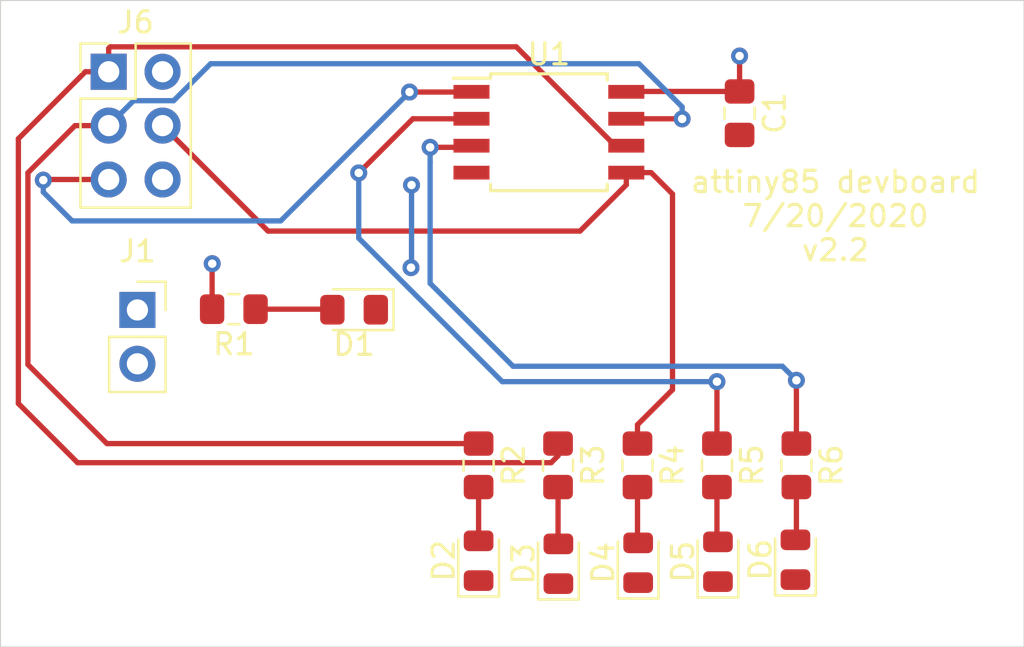
<source format=kicad_pcb>
(kicad_pcb (version 20171130) (host pcbnew "(5.1.5)-3")

  (general
    (thickness 1.6)
    (drawings 5)
    (tracks 89)
    (zones 0)
    (modules 16)
    (nets 15)
  )

  (page A4)
  (layers
    (0 F.Cu signal)
    (31 B.Cu signal)
    (32 B.Adhes user)
    (33 F.Adhes user)
    (34 B.Paste user)
    (35 F.Paste user)
    (36 B.SilkS user)
    (37 F.SilkS user)
    (38 B.Mask user)
    (39 F.Mask user)
    (40 Dwgs.User user)
    (41 Cmts.User user)
    (42 Eco1.User user)
    (43 Eco2.User user)
    (44 Edge.Cuts user)
    (45 Margin user)
    (46 B.CrtYd user)
    (47 F.CrtYd user)
    (48 B.Fab user)
    (49 F.Fab user)
  )

  (setup
    (last_trace_width 0.25)
    (trace_clearance 0.2)
    (zone_clearance 0.508)
    (zone_45_only no)
    (trace_min 0.2)
    (via_size 0.8)
    (via_drill 0.4)
    (via_min_size 0.4)
    (via_min_drill 0.3)
    (uvia_size 0.3)
    (uvia_drill 0.1)
    (uvias_allowed no)
    (uvia_min_size 0.2)
    (uvia_min_drill 0.1)
    (edge_width 0.05)
    (segment_width 0.2)
    (pcb_text_width 0.3)
    (pcb_text_size 1.5 1.5)
    (mod_edge_width 0.12)
    (mod_text_size 1 1)
    (mod_text_width 0.15)
    (pad_size 1.524 1.524)
    (pad_drill 0.762)
    (pad_to_mask_clearance 0.051)
    (solder_mask_min_width 0.25)
    (aux_axis_origin 0 0)
    (visible_elements 7FFFFFFF)
    (pcbplotparams
      (layerselection 0x010fc_ffffffff)
      (usegerberextensions false)
      (usegerberattributes false)
      (usegerberadvancedattributes false)
      (creategerberjobfile false)
      (excludeedgelayer true)
      (linewidth 0.100000)
      (plotframeref false)
      (viasonmask false)
      (mode 1)
      (useauxorigin false)
      (hpglpennumber 1)
      (hpglpenspeed 20)
      (hpglpendiameter 15.000000)
      (psnegative false)
      (psa4output false)
      (plotreference true)
      (plotvalue true)
      (plotinvisibletext false)
      (padsonsilk false)
      (subtractmaskfromsilk false)
      (outputformat 1)
      (mirror false)
      (drillshape 0)
      (scaleselection 1)
      (outputdirectory "gerbers-v2.1"))
  )

  (net 0 "")
  (net 1 +3V3)
  (net 2 GND)
  (net 3 "Net-(D1-Pad2)")
  (net 4 MISO)
  (net 5 SCK)
  (net 6 MOSI)
  (net 7 RST)
  (net 8 "Net-(D2-Pad2)")
  (net 9 "Net-(D3-Pad2)")
  (net 10 "Net-(D4-Pad2)")
  (net 11 "Net-(D5-Pad2)")
  (net 12 "Net-(D6-Pad2)")
  (net 13 PB3)
  (net 14 PB4)

  (net_class Default "This is the default net class."
    (clearance 0.2)
    (trace_width 0.25)
    (via_dia 0.8)
    (via_drill 0.4)
    (uvia_dia 0.3)
    (uvia_drill 0.1)
    (add_net +3V3)
    (add_net GND)
    (add_net MISO)
    (add_net MOSI)
    (add_net "Net-(D1-Pad2)")
    (add_net "Net-(D2-Pad2)")
    (add_net "Net-(D3-Pad2)")
    (add_net "Net-(D4-Pad2)")
    (add_net "Net-(D5-Pad2)")
    (add_net "Net-(D6-Pad2)")
    (add_net PB3)
    (add_net PB4)
    (add_net RST)
    (add_net SCK)
  )

  (module Capacitor_SMD:C_0805_2012Metric_Pad1.15x1.40mm_HandSolder (layer F.Cu) (tedit 5B36C52B) (tstamp 5D63463F)
    (at 138.9888 78.9723 270)
    (descr "Capacitor SMD 0805 (2012 Metric), square (rectangular) end terminal, IPC_7351 nominal with elongated pad for handsoldering. (Body size source: https://docs.google.com/spreadsheets/d/1BsfQQcO9C6DZCsRaXUlFlo91Tg2WpOkGARC1WS5S8t0/edit?usp=sharing), generated with kicad-footprint-generator")
    (tags "capacitor handsolder")
    (path /5BC52407)
    (attr smd)
    (fp_text reference C1 (at 0 -1.65 90) (layer F.SilkS)
      (effects (font (size 1 1) (thickness 0.15)))
    )
    (fp_text value 100u (at 0 1.65 90) (layer F.Fab)
      (effects (font (size 1 1) (thickness 0.15)))
    )
    (fp_line (start -1 0.6) (end -1 -0.6) (layer F.Fab) (width 0.1))
    (fp_line (start -1 -0.6) (end 1 -0.6) (layer F.Fab) (width 0.1))
    (fp_line (start 1 -0.6) (end 1 0.6) (layer F.Fab) (width 0.1))
    (fp_line (start 1 0.6) (end -1 0.6) (layer F.Fab) (width 0.1))
    (fp_line (start -0.261252 -0.71) (end 0.261252 -0.71) (layer F.SilkS) (width 0.12))
    (fp_line (start -0.261252 0.71) (end 0.261252 0.71) (layer F.SilkS) (width 0.12))
    (fp_line (start -1.85 0.95) (end -1.85 -0.95) (layer F.CrtYd) (width 0.05))
    (fp_line (start -1.85 -0.95) (end 1.85 -0.95) (layer F.CrtYd) (width 0.05))
    (fp_line (start 1.85 -0.95) (end 1.85 0.95) (layer F.CrtYd) (width 0.05))
    (fp_line (start 1.85 0.95) (end -1.85 0.95) (layer F.CrtYd) (width 0.05))
    (fp_text user %R (at 0 0 90) (layer F.Fab)
      (effects (font (size 0.5 0.5) (thickness 0.08)))
    )
    (pad 1 smd roundrect (at -1.025 0 270) (size 1.15 1.4) (layers F.Cu F.Paste F.Mask) (roundrect_rratio 0.217391)
      (net 1 +3V3))
    (pad 2 smd roundrect (at 1.025 0 270) (size 1.15 1.4) (layers F.Cu F.Paste F.Mask) (roundrect_rratio 0.217391)
      (net 2 GND))
    (model ${KISYS3DMOD}/Capacitor_SMD.3dshapes/C_0805_2012Metric.wrl
      (at (xyz 0 0 0))
      (scale (xyz 1 1 1))
      (rotate (xyz 0 0 0))
    )
  )

  (module Diode_SMD:D_0805_2012Metric_Pad1.15x1.40mm_HandSolder (layer F.Cu) (tedit 5B4B45C8) (tstamp 5D634652)
    (at 120.8114 88.2396 180)
    (descr "Diode SMD 0805 (2012 Metric), square (rectangular) end terminal, IPC_7351 nominal, (Body size source: https://docs.google.com/spreadsheets/d/1BsfQQcO9C6DZCsRaXUlFlo91Tg2WpOkGARC1WS5S8t0/edit?usp=sharing), generated with kicad-footprint-generator")
    (tags "diode handsolder")
    (path /5BC52BAA)
    (attr smd)
    (fp_text reference D1 (at 0 -1.65) (layer F.SilkS)
      (effects (font (size 1 1) (thickness 0.15)))
    )
    (fp_text value LED (at 0 1.65) (layer F.Fab)
      (effects (font (size 1 1) (thickness 0.15)))
    )
    (fp_line (start 1 -0.6) (end -0.7 -0.6) (layer F.Fab) (width 0.1))
    (fp_line (start -0.7 -0.6) (end -1 -0.3) (layer F.Fab) (width 0.1))
    (fp_line (start -1 -0.3) (end -1 0.6) (layer F.Fab) (width 0.1))
    (fp_line (start -1 0.6) (end 1 0.6) (layer F.Fab) (width 0.1))
    (fp_line (start 1 0.6) (end 1 -0.6) (layer F.Fab) (width 0.1))
    (fp_line (start 1 -0.96) (end -1.86 -0.96) (layer F.SilkS) (width 0.12))
    (fp_line (start -1.86 -0.96) (end -1.86 0.96) (layer F.SilkS) (width 0.12))
    (fp_line (start -1.86 0.96) (end 1 0.96) (layer F.SilkS) (width 0.12))
    (fp_line (start -1.85 0.95) (end -1.85 -0.95) (layer F.CrtYd) (width 0.05))
    (fp_line (start -1.85 -0.95) (end 1.85 -0.95) (layer F.CrtYd) (width 0.05))
    (fp_line (start 1.85 -0.95) (end 1.85 0.95) (layer F.CrtYd) (width 0.05))
    (fp_line (start 1.85 0.95) (end -1.85 0.95) (layer F.CrtYd) (width 0.05))
    (fp_text user %R (at 0 0) (layer F.Fab)
      (effects (font (size 0.5 0.5) (thickness 0.08)))
    )
    (pad 1 smd roundrect (at -1.025 0 180) (size 1.15 1.4) (layers F.Cu F.Paste F.Mask) (roundrect_rratio 0.217391)
      (net 2 GND))
    (pad 2 smd roundrect (at 1.025 0 180) (size 1.15 1.4) (layers F.Cu F.Paste F.Mask) (roundrect_rratio 0.217391)
      (net 3 "Net-(D1-Pad2)"))
    (model ${KISYS3DMOD}/Diode_SMD.3dshapes/D_0805_2012Metric.wrl
      (at (xyz 0 0 0))
      (scale (xyz 1 1 1))
      (rotate (xyz 0 0 0))
    )
  )

  (module Resistor_SMD:R_0805_2012Metric_Pad1.15x1.40mm_HandSolder (layer F.Cu) (tedit 5B36C52B) (tstamp 5D634696)
    (at 115.1419 88.2142 180)
    (descr "Resistor SMD 0805 (2012 Metric), square (rectangular) end terminal, IPC_7351 nominal with elongated pad for handsoldering. (Body size source: https://docs.google.com/spreadsheets/d/1BsfQQcO9C6DZCsRaXUlFlo91Tg2WpOkGARC1WS5S8t0/edit?usp=sharing), generated with kicad-footprint-generator")
    (tags "resistor handsolder")
    (path /5BC52C1A)
    (attr smd)
    (fp_text reference R1 (at 0 -1.65) (layer F.SilkS)
      (effects (font (size 1 1) (thickness 0.15)))
    )
    (fp_text value R (at 0 1.65) (layer F.Fab)
      (effects (font (size 1 1) (thickness 0.15)))
    )
    (fp_line (start -1 0.6) (end -1 -0.6) (layer F.Fab) (width 0.1))
    (fp_line (start -1 -0.6) (end 1 -0.6) (layer F.Fab) (width 0.1))
    (fp_line (start 1 -0.6) (end 1 0.6) (layer F.Fab) (width 0.1))
    (fp_line (start 1 0.6) (end -1 0.6) (layer F.Fab) (width 0.1))
    (fp_line (start -0.261252 -0.71) (end 0.261252 -0.71) (layer F.SilkS) (width 0.12))
    (fp_line (start -0.261252 0.71) (end 0.261252 0.71) (layer F.SilkS) (width 0.12))
    (fp_line (start -1.85 0.95) (end -1.85 -0.95) (layer F.CrtYd) (width 0.05))
    (fp_line (start -1.85 -0.95) (end 1.85 -0.95) (layer F.CrtYd) (width 0.05))
    (fp_line (start 1.85 -0.95) (end 1.85 0.95) (layer F.CrtYd) (width 0.05))
    (fp_line (start 1.85 0.95) (end -1.85 0.95) (layer F.CrtYd) (width 0.05))
    (fp_text user %R (at 0 0) (layer F.Fab)
      (effects (font (size 0.5 0.5) (thickness 0.08)))
    )
    (pad 1 smd roundrect (at -1.025 0 180) (size 1.15 1.4) (layers F.Cu F.Paste F.Mask) (roundrect_rratio 0.217391)
      (net 3 "Net-(D1-Pad2)"))
    (pad 2 smd roundrect (at 1.025 0 180) (size 1.15 1.4) (layers F.Cu F.Paste F.Mask) (roundrect_rratio 0.217391)
      (net 1 +3V3))
    (model ${KISYS3DMOD}/Resistor_SMD.3dshapes/R_0805_2012Metric.wrl
      (at (xyz 0 0 0))
      (scale (xyz 1 1 1))
      (rotate (xyz 0 0 0))
    )
  )

  (module Package_SO:SOIJ-8_5.3x5.3mm_P1.27mm (layer F.Cu) (tedit 5A02F2D3) (tstamp 5D6346B3)
    (at 129.9972 79.8703)
    (descr "8-Lead Plastic Small Outline (SM) - Medium, 5.28 mm Body [SOIC] (see Microchip Packaging Specification 00000049BS.pdf)")
    (tags "SOIC 1.27")
    (path /5D64812B)
    (attr smd)
    (fp_text reference U1 (at 0 -3.68) (layer F.SilkS)
      (effects (font (size 1 1) (thickness 0.15)))
    )
    (fp_text value ATtiny85-20SU (at 0 3.68) (layer F.Fab)
      (effects (font (size 1 1) (thickness 0.15)))
    )
    (fp_text user %R (at 0 0) (layer F.Fab)
      (effects (font (size 1 1) (thickness 0.15)))
    )
    (fp_line (start -1.65 -2.65) (end 2.65 -2.65) (layer F.Fab) (width 0.15))
    (fp_line (start 2.65 -2.65) (end 2.65 2.65) (layer F.Fab) (width 0.15))
    (fp_line (start 2.65 2.65) (end -2.65 2.65) (layer F.Fab) (width 0.15))
    (fp_line (start -2.65 2.65) (end -2.65 -1.65) (layer F.Fab) (width 0.15))
    (fp_line (start -2.65 -1.65) (end -1.65 -2.65) (layer F.Fab) (width 0.15))
    (fp_line (start -4.75 -2.95) (end -4.75 2.95) (layer F.CrtYd) (width 0.05))
    (fp_line (start 4.75 -2.95) (end 4.75 2.95) (layer F.CrtYd) (width 0.05))
    (fp_line (start -4.75 -2.95) (end 4.75 -2.95) (layer F.CrtYd) (width 0.05))
    (fp_line (start -4.75 2.95) (end 4.75 2.95) (layer F.CrtYd) (width 0.05))
    (fp_line (start -2.75 -2.755) (end -2.75 -2.55) (layer F.SilkS) (width 0.15))
    (fp_line (start 2.75 -2.755) (end 2.75 -2.455) (layer F.SilkS) (width 0.15))
    (fp_line (start 2.75 2.755) (end 2.75 2.455) (layer F.SilkS) (width 0.15))
    (fp_line (start -2.75 2.755) (end -2.75 2.455) (layer F.SilkS) (width 0.15))
    (fp_line (start -2.75 -2.755) (end 2.75 -2.755) (layer F.SilkS) (width 0.15))
    (fp_line (start -2.75 2.755) (end 2.75 2.755) (layer F.SilkS) (width 0.15))
    (fp_line (start -2.75 -2.55) (end -4.5 -2.55) (layer F.SilkS) (width 0.15))
    (pad 1 smd rect (at -3.65 -1.905) (size 1.7 0.65) (layers F.Cu F.Paste F.Mask)
      (net 7 RST))
    (pad 2 smd rect (at -3.65 -0.635) (size 1.7 0.65) (layers F.Cu F.Paste F.Mask)
      (net 13 PB3))
    (pad 3 smd rect (at -3.65 0.635) (size 1.7 0.65) (layers F.Cu F.Paste F.Mask)
      (net 14 PB4))
    (pad 4 smd rect (at -3.65 1.905) (size 1.7 0.65) (layers F.Cu F.Paste F.Mask)
      (net 2 GND))
    (pad 5 smd rect (at 3.65 1.905) (size 1.7 0.65) (layers F.Cu F.Paste F.Mask)
      (net 6 MOSI))
    (pad 6 smd rect (at 3.65 0.635) (size 1.7 0.65) (layers F.Cu F.Paste F.Mask)
      (net 4 MISO))
    (pad 7 smd rect (at 3.65 -0.635) (size 1.7 0.65) (layers F.Cu F.Paste F.Mask)
      (net 5 SCK))
    (pad 8 smd rect (at 3.65 -1.905) (size 1.7 0.65) (layers F.Cu F.Paste F.Mask)
      (net 1 +3V3))
    (model ${KISYS3DMOD}/Package_SO.3dshapes/SOIJ-8_5.3x5.3mm_P1.27mm.wrl
      (at (xyz 0 0 0))
      (scale (xyz 1 1 1))
      (rotate (xyz 0 0 0))
    )
  )

  (module Connector_PinSocket_2.54mm:PinSocket_1x02_P2.54mm_Vertical (layer F.Cu) (tedit 5A19A420) (tstamp 5D7CFBB8)
    (at 110.59414 88.24976)
    (descr "Through hole straight socket strip, 1x02, 2.54mm pitch, single row (from Kicad 4.0.7), script generated")
    (tags "Through hole socket strip THT 1x02 2.54mm single row")
    (path /5BC5C978)
    (fp_text reference J1 (at 0 -2.77) (layer F.SilkS)
      (effects (font (size 1 1) (thickness 0.15)))
    )
    (fp_text value POWER (at 0 5.31) (layer F.Fab)
      (effects (font (size 1 1) (thickness 0.15)))
    )
    (fp_line (start -1.27 -1.27) (end 0.635 -1.27) (layer F.Fab) (width 0.1))
    (fp_line (start 0.635 -1.27) (end 1.27 -0.635) (layer F.Fab) (width 0.1))
    (fp_line (start 1.27 -0.635) (end 1.27 3.81) (layer F.Fab) (width 0.1))
    (fp_line (start 1.27 3.81) (end -1.27 3.81) (layer F.Fab) (width 0.1))
    (fp_line (start -1.27 3.81) (end -1.27 -1.27) (layer F.Fab) (width 0.1))
    (fp_line (start -1.33 1.27) (end 1.33 1.27) (layer F.SilkS) (width 0.12))
    (fp_line (start -1.33 1.27) (end -1.33 3.87) (layer F.SilkS) (width 0.12))
    (fp_line (start -1.33 3.87) (end 1.33 3.87) (layer F.SilkS) (width 0.12))
    (fp_line (start 1.33 1.27) (end 1.33 3.87) (layer F.SilkS) (width 0.12))
    (fp_line (start 1.33 -1.33) (end 1.33 0) (layer F.SilkS) (width 0.12))
    (fp_line (start 0 -1.33) (end 1.33 -1.33) (layer F.SilkS) (width 0.12))
    (fp_line (start -1.8 -1.8) (end 1.75 -1.8) (layer F.CrtYd) (width 0.05))
    (fp_line (start 1.75 -1.8) (end 1.75 4.3) (layer F.CrtYd) (width 0.05))
    (fp_line (start 1.75 4.3) (end -1.8 4.3) (layer F.CrtYd) (width 0.05))
    (fp_line (start -1.8 4.3) (end -1.8 -1.8) (layer F.CrtYd) (width 0.05))
    (fp_text user %R (at 0 1.27 90) (layer F.Fab)
      (effects (font (size 1 1) (thickness 0.15)))
    )
    (pad 1 thru_hole rect (at 0 0) (size 1.7 1.7) (drill 1) (layers *.Cu *.Mask)
      (net 1 +3V3))
    (pad 2 thru_hole oval (at 0 2.54) (size 1.7 1.7) (drill 1) (layers *.Cu *.Mask)
      (net 2 GND))
    (model ${KISYS3DMOD}/Connector_PinSocket_2.54mm.3dshapes/PinSocket_1x02_P2.54mm_Vertical.wrl
      (at (xyz 0 0 0))
      (scale (xyz 1 1 1))
      (rotate (xyz 0 0 0))
    )
  )

  (module Connector_PinHeader_2.54mm:PinHeader_2x03_P2.54mm_Vertical (layer F.Cu) (tedit 59FED5CC) (tstamp 5D7CFB17)
    (at 109.24032 77.01788)
    (descr "Through hole straight pin header, 2x03, 2.54mm pitch, double rows")
    (tags "Through hole pin header THT 2x03 2.54mm double row")
    (path /5BC52018)
    (fp_text reference J6 (at 1.27 -2.33) (layer F.SilkS)
      (effects (font (size 1 1) (thickness 0.15)))
    )
    (fp_text value ICSP (at 1.27 7.41) (layer F.Fab)
      (effects (font (size 1 1) (thickness 0.15)))
    )
    (fp_text user %R (at 1.27 2.54 90) (layer F.Fab)
      (effects (font (size 1 1) (thickness 0.15)))
    )
    (fp_line (start 4.35 -1.8) (end -1.8 -1.8) (layer F.CrtYd) (width 0.05))
    (fp_line (start 4.35 6.85) (end 4.35 -1.8) (layer F.CrtYd) (width 0.05))
    (fp_line (start -1.8 6.85) (end 4.35 6.85) (layer F.CrtYd) (width 0.05))
    (fp_line (start -1.8 -1.8) (end -1.8 6.85) (layer F.CrtYd) (width 0.05))
    (fp_line (start -1.33 -1.33) (end 0 -1.33) (layer F.SilkS) (width 0.12))
    (fp_line (start -1.33 0) (end -1.33 -1.33) (layer F.SilkS) (width 0.12))
    (fp_line (start 1.27 -1.33) (end 3.87 -1.33) (layer F.SilkS) (width 0.12))
    (fp_line (start 1.27 1.27) (end 1.27 -1.33) (layer F.SilkS) (width 0.12))
    (fp_line (start -1.33 1.27) (end 1.27 1.27) (layer F.SilkS) (width 0.12))
    (fp_line (start 3.87 -1.33) (end 3.87 6.41) (layer F.SilkS) (width 0.12))
    (fp_line (start -1.33 1.27) (end -1.33 6.41) (layer F.SilkS) (width 0.12))
    (fp_line (start -1.33 6.41) (end 3.87 6.41) (layer F.SilkS) (width 0.12))
    (fp_line (start -1.27 0) (end 0 -1.27) (layer F.Fab) (width 0.1))
    (fp_line (start -1.27 6.35) (end -1.27 0) (layer F.Fab) (width 0.1))
    (fp_line (start 3.81 6.35) (end -1.27 6.35) (layer F.Fab) (width 0.1))
    (fp_line (start 3.81 -1.27) (end 3.81 6.35) (layer F.Fab) (width 0.1))
    (fp_line (start 0 -1.27) (end 3.81 -1.27) (layer F.Fab) (width 0.1))
    (pad 6 thru_hole oval (at 2.54 5.08) (size 1.7 1.7) (drill 1) (layers *.Cu *.Mask)
      (net 2 GND))
    (pad 5 thru_hole oval (at 0 5.08) (size 1.7 1.7) (drill 1) (layers *.Cu *.Mask)
      (net 7 RST))
    (pad 4 thru_hole oval (at 2.54 2.54) (size 1.7 1.7) (drill 1) (layers *.Cu *.Mask)
      (net 6 MOSI))
    (pad 3 thru_hole oval (at 0 2.54) (size 1.7 1.7) (drill 1) (layers *.Cu *.Mask)
      (net 5 SCK))
    (pad 2 thru_hole oval (at 2.54 0) (size 1.7 1.7) (drill 1) (layers *.Cu *.Mask)
      (net 1 +3V3))
    (pad 1 thru_hole rect (at 0 0) (size 1.7 1.7) (drill 1) (layers *.Cu *.Mask)
      (net 4 MISO))
    (model ${KISYS3DMOD}/Connector_PinHeader_2.54mm.3dshapes/PinHeader_2x03_P2.54mm_Vertical.wrl
      (at (xyz 0 0 0))
      (scale (xyz 1 1 1))
      (rotate (xyz 0 0 0))
    )
  )

  (module LED_SMD:LED_0805_2012Metric (layer F.Cu) (tedit 5B36C52C) (tstamp 5F16AAC0)
    (at 126.6825 100.075125 90)
    (descr "LED SMD 0805 (2012 Metric), square (rectangular) end terminal, IPC_7351 nominal, (Body size source: https://docs.google.com/spreadsheets/d/1BsfQQcO9C6DZCsRaXUlFlo91Tg2WpOkGARC1WS5S8t0/edit?usp=sharing), generated with kicad-footprint-generator")
    (tags diode)
    (path /5F1702DD)
    (attr smd)
    (fp_text reference D2 (at 0 -1.65 90) (layer F.SilkS)
      (effects (font (size 1 1) (thickness 0.15)))
    )
    (fp_text value LED (at 0 1.65 90) (layer F.Fab)
      (effects (font (size 1 1) (thickness 0.15)))
    )
    (fp_text user %R (at 2.24725 0 90) (layer F.Fab)
      (effects (font (size 0.5 0.5) (thickness 0.08)))
    )
    (fp_line (start 1.68 0.95) (end -1.68 0.95) (layer F.CrtYd) (width 0.05))
    (fp_line (start 1.68 -0.95) (end 1.68 0.95) (layer F.CrtYd) (width 0.05))
    (fp_line (start -1.68 -0.95) (end 1.68 -0.95) (layer F.CrtYd) (width 0.05))
    (fp_line (start -1.68 0.95) (end -1.68 -0.95) (layer F.CrtYd) (width 0.05))
    (fp_line (start -1.685 0.96) (end 1 0.96) (layer F.SilkS) (width 0.12))
    (fp_line (start -1.685 -0.96) (end -1.685 0.96) (layer F.SilkS) (width 0.12))
    (fp_line (start 1 -0.96) (end -1.685 -0.96) (layer F.SilkS) (width 0.12))
    (fp_line (start 1 0.6) (end 1 -0.6) (layer F.Fab) (width 0.1))
    (fp_line (start -1 0.6) (end 1 0.6) (layer F.Fab) (width 0.1))
    (fp_line (start -1 -0.3) (end -1 0.6) (layer F.Fab) (width 0.1))
    (fp_line (start -0.7 -0.6) (end -1 -0.3) (layer F.Fab) (width 0.1))
    (fp_line (start 1 -0.6) (end -0.7 -0.6) (layer F.Fab) (width 0.1))
    (pad 2 smd roundrect (at 0.9375 0 90) (size 0.975 1.4) (layers F.Cu F.Paste F.Mask) (roundrect_rratio 0.25)
      (net 8 "Net-(D2-Pad2)"))
    (pad 1 smd roundrect (at -0.9375 0 90) (size 0.975 1.4) (layers F.Cu F.Paste F.Mask) (roundrect_rratio 0.25)
      (net 2 GND))
    (model ${KISYS3DMOD}/LED_SMD.3dshapes/LED_0805_2012Metric.wrl
      (at (xyz 0 0 0))
      (scale (xyz 1 1 1))
      (rotate (xyz 0 0 0))
    )
  )

  (module LED_SMD:LED_0805_2012Metric (layer F.Cu) (tedit 5B36C52C) (tstamp 5F16AAD3)
    (at 130.444875 100.218 90)
    (descr "LED SMD 0805 (2012 Metric), square (rectangular) end terminal, IPC_7351 nominal, (Body size source: https://docs.google.com/spreadsheets/d/1BsfQQcO9C6DZCsRaXUlFlo91Tg2WpOkGARC1WS5S8t0/edit?usp=sharing), generated with kicad-footprint-generator")
    (tags diode)
    (path /5F16EEC8)
    (attr smd)
    (fp_text reference D3 (at 0 -1.65 90) (layer F.SilkS)
      (effects (font (size 1 1) (thickness 0.15)))
    )
    (fp_text value LED (at 0 1.65 90) (layer F.Fab)
      (effects (font (size 1 1) (thickness 0.15)))
    )
    (fp_line (start 1 -0.6) (end -0.7 -0.6) (layer F.Fab) (width 0.1))
    (fp_line (start -0.7 -0.6) (end -1 -0.3) (layer F.Fab) (width 0.1))
    (fp_line (start -1 -0.3) (end -1 0.6) (layer F.Fab) (width 0.1))
    (fp_line (start -1 0.6) (end 1 0.6) (layer F.Fab) (width 0.1))
    (fp_line (start 1 0.6) (end 1 -0.6) (layer F.Fab) (width 0.1))
    (fp_line (start 1 -0.96) (end -1.685 -0.96) (layer F.SilkS) (width 0.12))
    (fp_line (start -1.685 -0.96) (end -1.685 0.96) (layer F.SilkS) (width 0.12))
    (fp_line (start -1.685 0.96) (end 1 0.96) (layer F.SilkS) (width 0.12))
    (fp_line (start -1.68 0.95) (end -1.68 -0.95) (layer F.CrtYd) (width 0.05))
    (fp_line (start -1.68 -0.95) (end 1.68 -0.95) (layer F.CrtYd) (width 0.05))
    (fp_line (start 1.68 -0.95) (end 1.68 0.95) (layer F.CrtYd) (width 0.05))
    (fp_line (start 1.68 0.95) (end -1.68 0.95) (layer F.CrtYd) (width 0.05))
    (fp_text user %R (at 0 0 90) (layer F.Fab)
      (effects (font (size 0.5 0.5) (thickness 0.08)))
    )
    (pad 1 smd roundrect (at -0.9375 0 90) (size 0.975 1.4) (layers F.Cu F.Paste F.Mask) (roundrect_rratio 0.25)
      (net 2 GND))
    (pad 2 smd roundrect (at 0.9375 0 90) (size 0.975 1.4) (layers F.Cu F.Paste F.Mask) (roundrect_rratio 0.25)
      (net 9 "Net-(D3-Pad2)"))
    (model ${KISYS3DMOD}/LED_SMD.3dshapes/LED_0805_2012Metric.wrl
      (at (xyz 0 0 0))
      (scale (xyz 1 1 1))
      (rotate (xyz 0 0 0))
    )
  )

  (module LED_SMD:LED_0805_2012Metric (layer F.Cu) (tedit 5B36C52C) (tstamp 5F16AAE6)
    (at 134.20725 100.170375 90)
    (descr "LED SMD 0805 (2012 Metric), square (rectangular) end terminal, IPC_7351 nominal, (Body size source: https://docs.google.com/spreadsheets/d/1BsfQQcO9C6DZCsRaXUlFlo91Tg2WpOkGARC1WS5S8t0/edit?usp=sharing), generated with kicad-footprint-generator")
    (tags diode)
    (path /5D7D1B19)
    (attr smd)
    (fp_text reference D4 (at 0 -1.65 90) (layer F.SilkS)
      (effects (font (size 1 1) (thickness 0.15)))
    )
    (fp_text value LED (at 0 1.65 90) (layer F.Fab)
      (effects (font (size 1 1) (thickness 0.15)))
    )
    (fp_line (start 1 -0.6) (end -0.7 -0.6) (layer F.Fab) (width 0.1))
    (fp_line (start -0.7 -0.6) (end -1 -0.3) (layer F.Fab) (width 0.1))
    (fp_line (start -1 -0.3) (end -1 0.6) (layer F.Fab) (width 0.1))
    (fp_line (start -1 0.6) (end 1 0.6) (layer F.Fab) (width 0.1))
    (fp_line (start 1 0.6) (end 1 -0.6) (layer F.Fab) (width 0.1))
    (fp_line (start 1 -0.96) (end -1.685 -0.96) (layer F.SilkS) (width 0.12))
    (fp_line (start -1.685 -0.96) (end -1.685 0.96) (layer F.SilkS) (width 0.12))
    (fp_line (start -1.685 0.96) (end 1 0.96) (layer F.SilkS) (width 0.12))
    (fp_line (start -1.68 0.95) (end -1.68 -0.95) (layer F.CrtYd) (width 0.05))
    (fp_line (start -1.68 -0.95) (end 1.68 -0.95) (layer F.CrtYd) (width 0.05))
    (fp_line (start 1.68 -0.95) (end 1.68 0.95) (layer F.CrtYd) (width 0.05))
    (fp_line (start 1.68 0.95) (end -1.68 0.95) (layer F.CrtYd) (width 0.05))
    (fp_text user %R (at 0 0 90) (layer F.Fab)
      (effects (font (size 0.5 0.5) (thickness 0.08)))
    )
    (pad 1 smd roundrect (at -0.9375 0 90) (size 0.975 1.4) (layers F.Cu F.Paste F.Mask) (roundrect_rratio 0.25)
      (net 2 GND))
    (pad 2 smd roundrect (at 0.9375 0 90) (size 0.975 1.4) (layers F.Cu F.Paste F.Mask) (roundrect_rratio 0.25)
      (net 10 "Net-(D4-Pad2)"))
    (model ${KISYS3DMOD}/LED_SMD.3dshapes/LED_0805_2012Metric.wrl
      (at (xyz 0 0 0))
      (scale (xyz 1 1 1))
      (rotate (xyz 0 0 0))
    )
  )

  (module LED_SMD:LED_0805_2012Metric (layer F.Cu) (tedit 5B36C52C) (tstamp 5F16AAF9)
    (at 137.969625 100.12275 90)
    (descr "LED SMD 0805 (2012 Metric), square (rectangular) end terminal, IPC_7351 nominal, (Body size source: https://docs.google.com/spreadsheets/d/1BsfQQcO9C6DZCsRaXUlFlo91Tg2WpOkGARC1WS5S8t0/edit?usp=sharing), generated with kicad-footprint-generator")
    (tags diode)
    (path /5F16DC33)
    (attr smd)
    (fp_text reference D5 (at 0 -1.65 90) (layer F.SilkS)
      (effects (font (size 1 1) (thickness 0.15)))
    )
    (fp_text value LED (at 0 1.65 90) (layer F.Fab)
      (effects (font (size 1 1) (thickness 0.15)))
    )
    (fp_text user %R (at 0 0 90) (layer F.Fab)
      (effects (font (size 0.5 0.5) (thickness 0.08)))
    )
    (fp_line (start 1.68 0.95) (end -1.68 0.95) (layer F.CrtYd) (width 0.05))
    (fp_line (start 1.68 -0.95) (end 1.68 0.95) (layer F.CrtYd) (width 0.05))
    (fp_line (start -1.68 -0.95) (end 1.68 -0.95) (layer F.CrtYd) (width 0.05))
    (fp_line (start -1.68 0.95) (end -1.68 -0.95) (layer F.CrtYd) (width 0.05))
    (fp_line (start -1.685 0.96) (end 1 0.96) (layer F.SilkS) (width 0.12))
    (fp_line (start -1.685 -0.96) (end -1.685 0.96) (layer F.SilkS) (width 0.12))
    (fp_line (start 1 -0.96) (end -1.685 -0.96) (layer F.SilkS) (width 0.12))
    (fp_line (start 1 0.6) (end 1 -0.6) (layer F.Fab) (width 0.1))
    (fp_line (start -1 0.6) (end 1 0.6) (layer F.Fab) (width 0.1))
    (fp_line (start -1 -0.3) (end -1 0.6) (layer F.Fab) (width 0.1))
    (fp_line (start -0.7 -0.6) (end -1 -0.3) (layer F.Fab) (width 0.1))
    (fp_line (start 1 -0.6) (end -0.7 -0.6) (layer F.Fab) (width 0.1))
    (pad 2 smd roundrect (at 0.9375 0 90) (size 0.975 1.4) (layers F.Cu F.Paste F.Mask) (roundrect_rratio 0.25)
      (net 11 "Net-(D5-Pad2)"))
    (pad 1 smd roundrect (at -0.9375 0 90) (size 0.975 1.4) (layers F.Cu F.Paste F.Mask) (roundrect_rratio 0.25)
      (net 2 GND))
    (model ${KISYS3DMOD}/LED_SMD.3dshapes/LED_0805_2012Metric.wrl
      (at (xyz 0 0 0))
      (scale (xyz 1 1 1))
      (rotate (xyz 0 0 0))
    )
  )

  (module LED_SMD:LED_0805_2012Metric (layer F.Cu) (tedit 5B36C52C) (tstamp 5F16AB0C)
    (at 141.6235 100.0275 90)
    (descr "LED SMD 0805 (2012 Metric), square (rectangular) end terminal, IPC_7351 nominal, (Body size source: https://docs.google.com/spreadsheets/d/1BsfQQcO9C6DZCsRaXUlFlo91Tg2WpOkGARC1WS5S8t0/edit?usp=sharing), generated with kicad-footprint-generator")
    (tags diode)
    (path /5F174ECB)
    (attr smd)
    (fp_text reference D6 (at 0 -1.65 90) (layer F.SilkS)
      (effects (font (size 1 1) (thickness 0.15)))
    )
    (fp_text value LED (at 0 1.65 90) (layer F.Fab)
      (effects (font (size 1 1) (thickness 0.15)))
    )
    (fp_line (start 1 -0.6) (end -0.7 -0.6) (layer F.Fab) (width 0.1))
    (fp_line (start -0.7 -0.6) (end -1 -0.3) (layer F.Fab) (width 0.1))
    (fp_line (start -1 -0.3) (end -1 0.6) (layer F.Fab) (width 0.1))
    (fp_line (start -1 0.6) (end 1 0.6) (layer F.Fab) (width 0.1))
    (fp_line (start 1 0.6) (end 1 -0.6) (layer F.Fab) (width 0.1))
    (fp_line (start 1 -0.96) (end -1.685 -0.96) (layer F.SilkS) (width 0.12))
    (fp_line (start -1.685 -0.96) (end -1.685 0.96) (layer F.SilkS) (width 0.12))
    (fp_line (start -1.685 0.96) (end 1 0.96) (layer F.SilkS) (width 0.12))
    (fp_line (start -1.68 0.95) (end -1.68 -0.95) (layer F.CrtYd) (width 0.05))
    (fp_line (start -1.68 -0.95) (end 1.68 -0.95) (layer F.CrtYd) (width 0.05))
    (fp_line (start 1.68 -0.95) (end 1.68 0.95) (layer F.CrtYd) (width 0.05))
    (fp_line (start 1.68 0.95) (end -1.68 0.95) (layer F.CrtYd) (width 0.05))
    (fp_text user %R (at 0 0 90) (layer F.Fab)
      (effects (font (size 0.5 0.5) (thickness 0.08)))
    )
    (pad 1 smd roundrect (at -0.9375 0 90) (size 0.975 1.4) (layers F.Cu F.Paste F.Mask) (roundrect_rratio 0.25)
      (net 2 GND))
    (pad 2 smd roundrect (at 0.9375 0 90) (size 0.975 1.4) (layers F.Cu F.Paste F.Mask) (roundrect_rratio 0.25)
      (net 12 "Net-(D6-Pad2)"))
    (model ${KISYS3DMOD}/LED_SMD.3dshapes/LED_0805_2012Metric.wrl
      (at (xyz 0 0 0))
      (scale (xyz 1 1 1))
      (rotate (xyz 0 0 0))
    )
  )

  (module Resistor_SMD:R_0805_2012Metric_Pad1.15x1.40mm_HandSolder (layer F.Cu) (tedit 5B36C52B) (tstamp 5F16AB1D)
    (at 126.6825 95.5765 270)
    (descr "Resistor SMD 0805 (2012 Metric), square (rectangular) end terminal, IPC_7351 nominal with elongated pad for handsoldering. (Body size source: https://docs.google.com/spreadsheets/d/1BsfQQcO9C6DZCsRaXUlFlo91Tg2WpOkGARC1WS5S8t0/edit?usp=sharing), generated with kicad-footprint-generator")
    (tags "resistor handsolder")
    (path /5F1702EA)
    (attr smd)
    (fp_text reference R2 (at 0 -1.65 90) (layer F.SilkS)
      (effects (font (size 1 1) (thickness 0.15)))
    )
    (fp_text value R (at 0 1.65 90) (layer F.Fab)
      (effects (font (size 1 1) (thickness 0.15)))
    )
    (fp_text user %R (at 0 0 90) (layer F.Fab)
      (effects (font (size 0.5 0.5) (thickness 0.08)))
    )
    (fp_line (start 1.85 0.95) (end -1.85 0.95) (layer F.CrtYd) (width 0.05))
    (fp_line (start 1.85 -0.95) (end 1.85 0.95) (layer F.CrtYd) (width 0.05))
    (fp_line (start -1.85 -0.95) (end 1.85 -0.95) (layer F.CrtYd) (width 0.05))
    (fp_line (start -1.85 0.95) (end -1.85 -0.95) (layer F.CrtYd) (width 0.05))
    (fp_line (start -0.261252 0.71) (end 0.261252 0.71) (layer F.SilkS) (width 0.12))
    (fp_line (start -0.261252 -0.71) (end 0.261252 -0.71) (layer F.SilkS) (width 0.12))
    (fp_line (start 1 0.6) (end -1 0.6) (layer F.Fab) (width 0.1))
    (fp_line (start 1 -0.6) (end 1 0.6) (layer F.Fab) (width 0.1))
    (fp_line (start -1 -0.6) (end 1 -0.6) (layer F.Fab) (width 0.1))
    (fp_line (start -1 0.6) (end -1 -0.6) (layer F.Fab) (width 0.1))
    (pad 2 smd roundrect (at 1.025 0 270) (size 1.15 1.4) (layers F.Cu F.Paste F.Mask) (roundrect_rratio 0.217391)
      (net 8 "Net-(D2-Pad2)"))
    (pad 1 smd roundrect (at -1.025 0 270) (size 1.15 1.4) (layers F.Cu F.Paste F.Mask) (roundrect_rratio 0.217391)
      (net 5 SCK))
    (model ${KISYS3DMOD}/Resistor_SMD.3dshapes/R_0805_2012Metric.wrl
      (at (xyz 0 0 0))
      (scale (xyz 1 1 1))
      (rotate (xyz 0 0 0))
    )
  )

  (module Resistor_SMD:R_0805_2012Metric_Pad1.15x1.40mm_HandSolder (layer F.Cu) (tedit 5B36C52B) (tstamp 5F16AB2E)
    (at 130.429 95.5765 270)
    (descr "Resistor SMD 0805 (2012 Metric), square (rectangular) end terminal, IPC_7351 nominal with elongated pad for handsoldering. (Body size source: https://docs.google.com/spreadsheets/d/1BsfQQcO9C6DZCsRaXUlFlo91Tg2WpOkGARC1WS5S8t0/edit?usp=sharing), generated with kicad-footprint-generator")
    (tags "resistor handsolder")
    (path /5F16EED5)
    (attr smd)
    (fp_text reference R3 (at 0 -1.65 90) (layer F.SilkS)
      (effects (font (size 1 1) (thickness 0.15)))
    )
    (fp_text value R (at 0 1.65 90) (layer F.Fab)
      (effects (font (size 1 1) (thickness 0.15)))
    )
    (fp_line (start -1 0.6) (end -1 -0.6) (layer F.Fab) (width 0.1))
    (fp_line (start -1 -0.6) (end 1 -0.6) (layer F.Fab) (width 0.1))
    (fp_line (start 1 -0.6) (end 1 0.6) (layer F.Fab) (width 0.1))
    (fp_line (start 1 0.6) (end -1 0.6) (layer F.Fab) (width 0.1))
    (fp_line (start -0.261252 -0.71) (end 0.261252 -0.71) (layer F.SilkS) (width 0.12))
    (fp_line (start -0.261252 0.71) (end 0.261252 0.71) (layer F.SilkS) (width 0.12))
    (fp_line (start -1.85 0.95) (end -1.85 -0.95) (layer F.CrtYd) (width 0.05))
    (fp_line (start -1.85 -0.95) (end 1.85 -0.95) (layer F.CrtYd) (width 0.05))
    (fp_line (start 1.85 -0.95) (end 1.85 0.95) (layer F.CrtYd) (width 0.05))
    (fp_line (start 1.85 0.95) (end -1.85 0.95) (layer F.CrtYd) (width 0.05))
    (fp_text user %R (at 0 0 90) (layer F.Fab)
      (effects (font (size 0.5 0.5) (thickness 0.08)))
    )
    (pad 1 smd roundrect (at -1.025 0 270) (size 1.15 1.4) (layers F.Cu F.Paste F.Mask) (roundrect_rratio 0.217391)
      (net 4 MISO))
    (pad 2 smd roundrect (at 1.025 0 270) (size 1.15 1.4) (layers F.Cu F.Paste F.Mask) (roundrect_rratio 0.217391)
      (net 9 "Net-(D3-Pad2)"))
    (model ${KISYS3DMOD}/Resistor_SMD.3dshapes/R_0805_2012Metric.wrl
      (at (xyz 0 0 0))
      (scale (xyz 1 1 1))
      (rotate (xyz 0 0 0))
    )
  )

  (module Resistor_SMD:R_0805_2012Metric_Pad1.15x1.40mm_HandSolder (layer F.Cu) (tedit 5B36C52B) (tstamp 5F16AB3F)
    (at 134.1755 95.5765 270)
    (descr "Resistor SMD 0805 (2012 Metric), square (rectangular) end terminal, IPC_7351 nominal with elongated pad for handsoldering. (Body size source: https://docs.google.com/spreadsheets/d/1BsfQQcO9C6DZCsRaXUlFlo91Tg2WpOkGARC1WS5S8t0/edit?usp=sharing), generated with kicad-footprint-generator")
    (tags "resistor handsolder")
    (path /5F164BD4)
    (attr smd)
    (fp_text reference R4 (at 0 -1.65 90) (layer F.SilkS)
      (effects (font (size 1 1) (thickness 0.15)))
    )
    (fp_text value R (at 0 1.65 90) (layer F.Fab)
      (effects (font (size 1 1) (thickness 0.15)))
    )
    (fp_line (start -1 0.6) (end -1 -0.6) (layer F.Fab) (width 0.1))
    (fp_line (start -1 -0.6) (end 1 -0.6) (layer F.Fab) (width 0.1))
    (fp_line (start 1 -0.6) (end 1 0.6) (layer F.Fab) (width 0.1))
    (fp_line (start 1 0.6) (end -1 0.6) (layer F.Fab) (width 0.1))
    (fp_line (start -0.261252 -0.71) (end 0.261252 -0.71) (layer F.SilkS) (width 0.12))
    (fp_line (start -0.261252 0.71) (end 0.261252 0.71) (layer F.SilkS) (width 0.12))
    (fp_line (start -1.85 0.95) (end -1.85 -0.95) (layer F.CrtYd) (width 0.05))
    (fp_line (start -1.85 -0.95) (end 1.85 -0.95) (layer F.CrtYd) (width 0.05))
    (fp_line (start 1.85 -0.95) (end 1.85 0.95) (layer F.CrtYd) (width 0.05))
    (fp_line (start 1.85 0.95) (end -1.85 0.95) (layer F.CrtYd) (width 0.05))
    (fp_text user %R (at 0 0 90) (layer F.Fab)
      (effects (font (size 0.5 0.5) (thickness 0.08)))
    )
    (pad 1 smd roundrect (at -1.025 0 270) (size 1.15 1.4) (layers F.Cu F.Paste F.Mask) (roundrect_rratio 0.217391)
      (net 6 MOSI))
    (pad 2 smd roundrect (at 1.025 0 270) (size 1.15 1.4) (layers F.Cu F.Paste F.Mask) (roundrect_rratio 0.217391)
      (net 10 "Net-(D4-Pad2)"))
    (model ${KISYS3DMOD}/Resistor_SMD.3dshapes/R_0805_2012Metric.wrl
      (at (xyz 0 0 0))
      (scale (xyz 1 1 1))
      (rotate (xyz 0 0 0))
    )
  )

  (module Resistor_SMD:R_0805_2012Metric_Pad1.15x1.40mm_HandSolder (layer F.Cu) (tedit 5B36C52B) (tstamp 5F16AB50)
    (at 137.922 95.5765 270)
    (descr "Resistor SMD 0805 (2012 Metric), square (rectangular) end terminal, IPC_7351 nominal with elongated pad for handsoldering. (Body size source: https://docs.google.com/spreadsheets/d/1BsfQQcO9C6DZCsRaXUlFlo91Tg2WpOkGARC1WS5S8t0/edit?usp=sharing), generated with kicad-footprint-generator")
    (tags "resistor handsolder")
    (path /5F16DC40)
    (attr smd)
    (fp_text reference R5 (at 0 -1.65 90) (layer F.SilkS)
      (effects (font (size 1 1) (thickness 0.15)))
    )
    (fp_text value R (at 0 1.65 90) (layer F.Fab)
      (effects (font (size 1 1) (thickness 0.15)))
    )
    (fp_text user %R (at 0 0 90) (layer F.Fab)
      (effects (font (size 0.5 0.5) (thickness 0.08)))
    )
    (fp_line (start 1.85 0.95) (end -1.85 0.95) (layer F.CrtYd) (width 0.05))
    (fp_line (start 1.85 -0.95) (end 1.85 0.95) (layer F.CrtYd) (width 0.05))
    (fp_line (start -1.85 -0.95) (end 1.85 -0.95) (layer F.CrtYd) (width 0.05))
    (fp_line (start -1.85 0.95) (end -1.85 -0.95) (layer F.CrtYd) (width 0.05))
    (fp_line (start -0.261252 0.71) (end 0.261252 0.71) (layer F.SilkS) (width 0.12))
    (fp_line (start -0.261252 -0.71) (end 0.261252 -0.71) (layer F.SilkS) (width 0.12))
    (fp_line (start 1 0.6) (end -1 0.6) (layer F.Fab) (width 0.1))
    (fp_line (start 1 -0.6) (end 1 0.6) (layer F.Fab) (width 0.1))
    (fp_line (start -1 -0.6) (end 1 -0.6) (layer F.Fab) (width 0.1))
    (fp_line (start -1 0.6) (end -1 -0.6) (layer F.Fab) (width 0.1))
    (pad 2 smd roundrect (at 1.025 0 270) (size 1.15 1.4) (layers F.Cu F.Paste F.Mask) (roundrect_rratio 0.217391)
      (net 11 "Net-(D5-Pad2)"))
    (pad 1 smd roundrect (at -1.025 0 270) (size 1.15 1.4) (layers F.Cu F.Paste F.Mask) (roundrect_rratio 0.217391)
      (net 13 PB3))
    (model ${KISYS3DMOD}/Resistor_SMD.3dshapes/R_0805_2012Metric.wrl
      (at (xyz 0 0 0))
      (scale (xyz 1 1 1))
      (rotate (xyz 0 0 0))
    )
  )

  (module Resistor_SMD:R_0805_2012Metric_Pad1.15x1.40mm_HandSolder (layer F.Cu) (tedit 5B36C52B) (tstamp 5F16AB61)
    (at 141.6685 95.5765 270)
    (descr "Resistor SMD 0805 (2012 Metric), square (rectangular) end terminal, IPC_7351 nominal with elongated pad for handsoldering. (Body size source: https://docs.google.com/spreadsheets/d/1BsfQQcO9C6DZCsRaXUlFlo91Tg2WpOkGARC1WS5S8t0/edit?usp=sharing), generated with kicad-footprint-generator")
    (tags "resistor handsolder")
    (path /5F174ED8)
    (attr smd)
    (fp_text reference R6 (at 0 -1.65 90) (layer F.SilkS)
      (effects (font (size 1 1) (thickness 0.15)))
    )
    (fp_text value R (at 0 1.65 90) (layer F.Fab)
      (effects (font (size 1 1) (thickness 0.15)))
    )
    (fp_line (start -1 0.6) (end -1 -0.6) (layer F.Fab) (width 0.1))
    (fp_line (start -1 -0.6) (end 1 -0.6) (layer F.Fab) (width 0.1))
    (fp_line (start 1 -0.6) (end 1 0.6) (layer F.Fab) (width 0.1))
    (fp_line (start 1 0.6) (end -1 0.6) (layer F.Fab) (width 0.1))
    (fp_line (start -0.261252 -0.71) (end 0.261252 -0.71) (layer F.SilkS) (width 0.12))
    (fp_line (start -0.261252 0.71) (end 0.261252 0.71) (layer F.SilkS) (width 0.12))
    (fp_line (start -1.85 0.95) (end -1.85 -0.95) (layer F.CrtYd) (width 0.05))
    (fp_line (start -1.85 -0.95) (end 1.85 -0.95) (layer F.CrtYd) (width 0.05))
    (fp_line (start 1.85 -0.95) (end 1.85 0.95) (layer F.CrtYd) (width 0.05))
    (fp_line (start 1.85 0.95) (end -1.85 0.95) (layer F.CrtYd) (width 0.05))
    (fp_text user %R (at 0 0 90) (layer F.Fab)
      (effects (font (size 0.5 0.5) (thickness 0.08)))
    )
    (pad 1 smd roundrect (at -1.025 0 270) (size 1.15 1.4) (layers F.Cu F.Paste F.Mask) (roundrect_rratio 0.217391)
      (net 14 PB4))
    (pad 2 smd roundrect (at 1.025 0 270) (size 1.15 1.4) (layers F.Cu F.Paste F.Mask) (roundrect_rratio 0.217391)
      (net 12 "Net-(D6-Pad2)"))
    (model ${KISYS3DMOD}/Resistor_SMD.3dshapes/R_0805_2012Metric.wrl
      (at (xyz 0 0 0))
      (scale (xyz 1 1 1))
      (rotate (xyz 0 0 0))
    )
  )

  (gr_text "attiny85 devboard\n7/20/2020\nv2.2" (at 143.51 83.82) (layer F.SilkS)
    (effects (font (size 1 1) (thickness 0.15)))
  )
  (gr_line (start 104.14 73.66) (end 104.14 104.14) (layer Edge.Cuts) (width 0.05) (tstamp 5D63499E))
  (gr_line (start 152.4 104.14) (end 104.14 104.14) (layer Edge.Cuts) (width 0.05))
  (gr_line (start 152.4 73.66) (end 152.4 104.14) (layer Edge.Cuts) (width 0.05))
  (gr_line (start 104.14 73.66) (end 152.4 73.66) (layer Edge.Cuts) (width 0.05))

  (via (at 138.9888 76.2762) (size 0.8) (drill 0.4) (layers F.Cu B.Cu) (net 1))
  (segment (start 138.9888 77.9473) (end 138.9888 76.2762) (width 0.25) (layer F.Cu) (net 1))
  (segment (start 133.6652 77.9473) (end 133.6472 77.9653) (width 0.25) (layer F.Cu) (net 1))
  (segment (start 138.9888 77.9473) (end 133.6652 77.9473) (width 0.25) (layer F.Cu) (net 1))
  (via (at 114.1222 86.0679) (size 0.8) (drill 0.4) (layers F.Cu B.Cu) (net 1))
  (segment (start 114.1169 88.2142) (end 114.1169 86.0732) (width 0.25) (layer F.Cu) (net 1))
  (segment (start 114.1169 86.0732) (end 114.1222 86.0679) (width 0.25) (layer F.Cu) (net 1))
  (via (at 123.4948 86.25586) (size 0.8) (drill 0.4) (layers F.Cu B.Cu) (net 2))
  (via (at 123.5202 82.3595) (size 0.8) (drill 0.4) (layers F.Cu B.Cu) (net 2))
  (segment (start 123.5202 86.23046) (end 123.4948 86.25586) (width 0.25) (layer B.Cu) (net 2))
  (segment (start 123.5202 82.3595) (end 123.5202 86.23046) (width 0.25) (layer B.Cu) (net 2))
  (segment (start 119.761 88.2142) (end 119.7864 88.2396) (width 0.25) (layer F.Cu) (net 3))
  (segment (start 116.1669 88.2142) (end 119.761 88.2142) (width 0.25) (layer F.Cu) (net 3))
  (segment (start 109.24032 75.91788) (end 109.315321 75.842879) (width 0.25) (layer F.Cu) (net 4))
  (segment (start 109.24032 77.01788) (end 109.24032 75.91788) (width 0.25) (layer F.Cu) (net 4))
  (segment (start 128.459779 75.842879) (end 133.1222 80.5053) (width 0.25) (layer F.Cu) (net 4))
  (segment (start 109.315321 75.842879) (end 128.459779 75.842879) (width 0.25) (layer F.Cu) (net 4))
  (segment (start 133.1222 80.5053) (end 133.6472 80.5053) (width 0.25) (layer F.Cu) (net 4))
  (segment (start 108.14032 77.01788) (end 109.24032 77.01788) (width 0.25) (layer F.Cu) (net 4))
  (segment (start 104.981749 80.176451) (end 108.14032 77.01788) (width 0.25) (layer F.Cu) (net 4))
  (segment (start 104.981749 92.662749) (end 104.981749 80.176451) (width 0.25) (layer F.Cu) (net 4))
  (segment (start 130.10399 95.45151) (end 107.77051 95.45151) (width 0.25) (layer F.Cu) (net 4))
  (segment (start 107.77051 95.45151) (end 104.981749 92.662749) (width 0.25) (layer F.Cu) (net 4))
  (segment (start 130.429 95.1265) (end 130.10399 95.45151) (width 0.25) (layer F.Cu) (net 4))
  (segment (start 130.429 94.5515) (end 130.429 95.1265) (width 0.25) (layer F.Cu) (net 4))
  (via (at 136.28116 79.24038) (size 0.8) (drill 0.4) (layers F.Cu B.Cu) (net 5))
  (segment (start 133.6472 79.2353) (end 136.27608 79.2353) (width 0.25) (layer F.Cu) (net 5))
  (segment (start 136.27608 79.2353) (end 136.28116 79.24038) (width 0.25) (layer F.Cu) (net 5))
  (segment (start 136.28116 78.674695) (end 134.245885 76.63942) (width 0.25) (layer B.Cu) (net 5))
  (segment (start 136.28116 79.24038) (end 136.28116 78.674695) (width 0.25) (layer B.Cu) (net 5))
  (segment (start 110.090319 78.707881) (end 109.24032 79.55788) (width 0.25) (layer B.Cu) (net 5))
  (segment (start 110.415321 78.382879) (end 110.090319 78.707881) (width 0.25) (layer B.Cu) (net 5))
  (segment (start 112.305081 78.382879) (end 110.415321 78.382879) (width 0.25) (layer B.Cu) (net 5))
  (segment (start 114.04854 76.63942) (end 112.305081 78.382879) (width 0.25) (layer B.Cu) (net 5))
  (segment (start 134.245885 76.63942) (end 114.04854 76.63942) (width 0.25) (layer B.Cu) (net 5))
  (segment (start 105.431759 81.780359) (end 105.431759 90.826759) (width 0.25) (layer F.Cu) (net 5))
  (segment (start 109.24032 79.55788) (end 107.654238 79.55788) (width 0.25) (layer F.Cu) (net 5))
  (segment (start 107.654238 79.55788) (end 105.431759 81.780359) (width 0.25) (layer F.Cu) (net 5))
  (segment (start 109.1565 94.5515) (end 126.6825 94.5515) (width 0.25) (layer F.Cu) (net 5))
  (segment (start 105.431759 90.826759) (end 109.1565 94.5515) (width 0.25) (layer F.Cu) (net 5))
  (segment (start 133.6472 81.7753) (end 133.1222 81.7753) (width 0.25) (layer F.Cu) (net 6))
  (segment (start 133.6472 82.3503) (end 131.4663 84.5312) (width 0.25) (layer F.Cu) (net 6))
  (segment (start 133.6472 81.7753) (end 133.6472 82.3503) (width 0.25) (layer F.Cu) (net 6))
  (segment (start 116.75364 84.5312) (end 111.78032 79.55788) (width 0.25) (layer F.Cu) (net 6))
  (segment (start 131.4663 84.5312) (end 116.75364 84.5312) (width 0.25) (layer F.Cu) (net 6))
  (segment (start 134.819242 81.7753) (end 135.8265 82.782558) (width 0.25) (layer F.Cu) (net 6))
  (segment (start 133.6472 81.7753) (end 134.819242 81.7753) (width 0.25) (layer F.Cu) (net 6))
  (segment (start 135.8265 82.782558) (end 135.8265 92.0115) (width 0.25) (layer F.Cu) (net 6))
  (segment (start 134.1755 93.6625) (end 134.1755 94.5515) (width 0.25) (layer F.Cu) (net 6))
  (segment (start 135.8265 92.0115) (end 134.1755 93.6625) (width 0.25) (layer F.Cu) (net 6))
  (via (at 106.15676 82.12836) (size 0.8) (drill 0.4) (layers F.Cu B.Cu) (net 7))
  (segment (start 109.24032 82.09788) (end 106.18724 82.09788) (width 0.25) (layer F.Cu) (net 7))
  (segment (start 106.18724 82.09788) (end 106.15676 82.12836) (width 0.25) (layer F.Cu) (net 7))
  (segment (start 106.15676 82.694045) (end 107.513855 84.05114) (width 0.25) (layer B.Cu) (net 7))
  (segment (start 106.15676 82.12836) (end 106.15676 82.694045) (width 0.25) (layer B.Cu) (net 7))
  (via (at 123.42622 77.97546) (size 0.8) (drill 0.4) (layers F.Cu B.Cu) (net 7))
  (segment (start 107.513855 84.05114) (end 117.35054 84.05114) (width 0.25) (layer B.Cu) (net 7))
  (segment (start 117.35054 84.05114) (end 123.42622 77.97546) (width 0.25) (layer B.Cu) (net 7))
  (segment (start 126.33704 77.97546) (end 126.3472 77.9653) (width 0.25) (layer F.Cu) (net 7))
  (segment (start 123.42622 77.97546) (end 126.33704 77.97546) (width 0.25) (layer F.Cu) (net 7))
  (segment (start 126.6825 97.1765) (end 126.6825 99.137625) (width 0.25) (layer F.Cu) (net 8))
  (segment (start 126.6825 96.6015) (end 126.6825 97.1765) (width 0.25) (layer F.Cu) (net 8))
  (segment (start 130.429 99.264625) (end 130.444875 99.2805) (width 0.25) (layer F.Cu) (net 9))
  (segment (start 130.429 96.6015) (end 130.429 99.264625) (width 0.25) (layer F.Cu) (net 9))
  (segment (start 134.1755 99.201125) (end 134.20725 99.232875) (width 0.25) (layer F.Cu) (net 10))
  (segment (start 134.1755 96.6015) (end 134.1755 99.201125) (width 0.25) (layer F.Cu) (net 10))
  (segment (start 137.922 99.137625) (end 137.969625 99.18525) (width 0.25) (layer F.Cu) (net 11))
  (segment (start 137.922 96.6015) (end 137.922 99.137625) (width 0.25) (layer F.Cu) (net 11))
  (segment (start 141.6685 99.045) (end 141.6235 99.09) (width 0.25) (layer F.Cu) (net 12))
  (segment (start 141.6685 96.6015) (end 141.6685 99.045) (width 0.25) (layer F.Cu) (net 12))
  (via (at 137.922 91.6305) (size 0.8) (drill 0.4) (layers F.Cu B.Cu) (net 13))
  (segment (start 137.922 94.5515) (end 137.922 91.6305) (width 0.25) (layer F.Cu) (net 13))
  (via (at 121.031 81.788) (size 0.8) (drill 0.4) (layers F.Cu B.Cu) (net 13))
  (segment (start 121.031 84.865062) (end 121.031 81.788) (width 0.25) (layer B.Cu) (net 13))
  (segment (start 137.922 91.6305) (end 127.796438 91.6305) (width 0.25) (layer B.Cu) (net 13))
  (segment (start 127.796438 91.6305) (end 121.031 84.865062) (width 0.25) (layer B.Cu) (net 13))
  (segment (start 123.5837 79.2353) (end 126.3472 79.2353) (width 0.25) (layer F.Cu) (net 13))
  (segment (start 121.031 81.788) (end 123.5837 79.2353) (width 0.25) (layer F.Cu) (net 13))
  (via (at 141.6685 91.567) (size 0.8) (drill 0.4) (layers F.Cu B.Cu) (net 14))
  (segment (start 141.6685 94.5515) (end 141.6685 91.567) (width 0.25) (layer F.Cu) (net 14))
  (segment (start 141.006999 90.905499) (end 128.306999 90.905499) (width 0.25) (layer B.Cu) (net 14))
  (segment (start 141.6685 91.567) (end 141.006999 90.905499) (width 0.25) (layer B.Cu) (net 14))
  (segment (start 128.306999 90.905499) (end 124.3965 86.995) (width 0.25) (layer B.Cu) (net 14))
  (segment (start 124.3965 86.995) (end 124.3965 81.28) (width 0.25) (layer B.Cu) (net 14))
  (segment (start 126.2964 80.4545) (end 126.3472 80.5053) (width 0.25) (layer F.Cu) (net 14))
  (via (at 124.3965 80.5815) (size 0.8) (drill 0.4) (layers F.Cu B.Cu) (net 14))
  (segment (start 124.3965 81.28) (end 124.3965 80.5815) (width 0.25) (layer B.Cu) (net 14))
  (segment (start 126.271 80.5815) (end 126.3472 80.5053) (width 0.25) (layer F.Cu) (net 14))
  (segment (start 124.3965 80.5815) (end 126.271 80.5815) (width 0.25) (layer F.Cu) (net 14))

  (zone (net 2) (net_name GND) (layer F.Cu) (tstamp 5E2ADFD6) (hatch edge 0.508)
    (connect_pads (clearance 0.508))
    (min_thickness 0.254)
    (fill (arc_segments 32) (thermal_gap 0.508) (thermal_bridge_width 0.508))
    (polygon
      (pts
        (xy 104.14 73.66) (xy 152.4 73.66) (xy 152.4 104.14) (xy 104.14 104.14)
      )
    )
  )
  (zone (net 1) (net_name +3V3) (layer B.Cu) (tstamp 5E2ADFD3) (hatch edge 0.508)
    (connect_pads (clearance 0.508))
    (min_thickness 0.254)
    (fill (arc_segments 32) (thermal_gap 0.508) (thermal_bridge_width 0.508))
    (polygon
      (pts
        (xy 104.14 73.66) (xy 152.4 73.66) (xy 152.4 104.14) (xy 104.14 104.14)
      )
    )
  )
)

</source>
